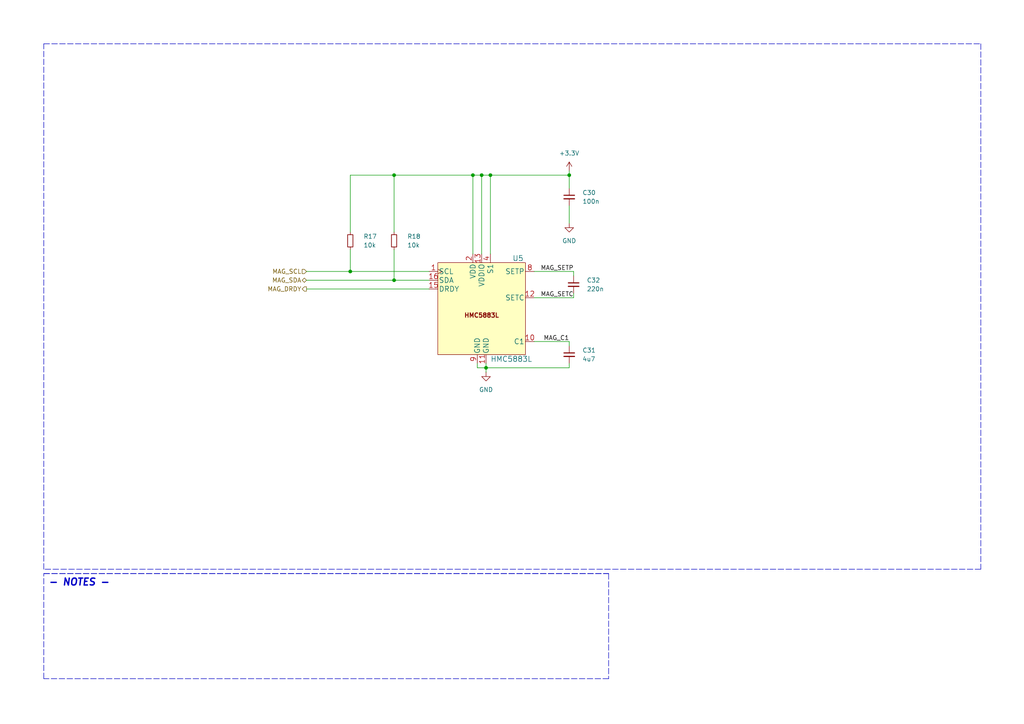
<source format=kicad_sch>
(kicad_sch (version 20211123) (generator eeschema)
  (paper "A4")
  (title_block (title "Caliban") (date "2023-02-25") (rev "A"))
  (lib_symbols
    (symbol "Device:C_Small" (pin_numbers hide) (pin_names (offset 0.254) hide)
      (property "Reference" "C" (at 0.254 1.778 0))
      (property "Value" "C_Small" (at 0.254 -2.032 0))
      (symbol "C_Small_0_1"
        (polyline (pts (xy -1.524 -0.508) (xy 1.524 -0.508)) (stroke (width 0.3302)))
        (polyline (pts (xy -1.524 0.508) (xy 1.524 0.508)) (stroke (width 0.3048)))
      )
      (symbol "C_Small_1_1"
        (pin passive line (at 0 2.54 270) (length 2.032) (name "~") (number "1"))
        (pin passive line (at 0 -2.54 90) (length 2.032) (name "~") (number "2"))
      )
    )
    (symbol "Device:R_Small" (pin_numbers hide) (pin_names (offset 0.254) hide)
      (property "Reference" "R" (at 0.762 0.508 0))
      (property "Value" "R_Small" (at 0.762 -1.016 0))
      (symbol "R_Small_0_1"
        (rectangle (start -0.762 1.778) (end 0.762 -1.778) (stroke (width 0.2032)))
      )
      (symbol "R_Small_1_1"
        (pin passive line (at 0 2.54 270) (length 0.762) (name "~") (number "1"))
        (pin passive line (at 0 -2.54 90) (length 0.762) (name "~") (number "2"))
      )
    )
    (symbol "HMC5883L:HMC5883L" (pin_names (offset 0.254))
      (property "Reference" "U" (at 24.13 1.27 0))
      (property "Value" "HMC5883L" (at 21.59 -27.94 0))
      (symbol "HMC5883L_0_0"
        (text "HMC5883L" (at 12.7 -15.24 0) (effects (font (size 1.27 1.27) bold)))
      )
      (symbol "HMC5883L_1_1"
        (rectangle (start 0 0) (end 25.4 -26.67) (fill (type background)))
        (pin input clock (at -2.54 -2.54 0) (length 2.54) (name "SCL") (number "1"))
        (pin passive line (at 27.94 -22.86 180) (length 2.54) (name "C1") (number "10"))
        (pin power_in line (at 13.97 -29.21 90) (length 2.54) (name "GND") (number "11"))
        (pin passive line (at 27.94 -10.16 180) (length 2.54) (name "SETC") (number "12"))
        (pin power_in line (at 12.7 2.54 270) (length 2.54) (name "VDDIO") (number "13"))
        (pin no_connect line (at -2.54 -24.13 0) (length 2.54) hide (name "NC") (number "14"))
        (pin output line (at -2.54 -7.62 0) (length 2.54) (name "DRDY") (number "15"))
        (pin bidirectional line (at -2.54 -5.08 0) (length 2.54) (name "SDA") (number "16"))
        (pin power_in line (at 10.16 2.54 270) (length 2.54) (name "VDD") (number "2"))
        (pin no_connect line (at -2.54 -13.97 0) (length 2.54) hide (name "NC") (number "3"))
        (pin power_in line (at 15.24 2.54 270) (length 2.54) (name "S1") (number "4"))
        (pin no_connect line (at -2.54 -16.51 0) (length 2.54) hide (name "NC") (number "5"))
        (pin no_connect line (at -2.54 -19.05 0) (length 2.54) hide (name "NC") (number "6"))
        (pin no_connect line (at -2.54 -21.59 0) (length 2.54) hide (name "NC") (number "7"))
        (pin passive line (at 27.94 -2.54 180) (length 2.54) (name "SETP") (number "8"))
        (pin power_in line (at 11.43 -29.21 90) (length 2.54) (name "GND") (number "9"))
      )
    )
    (symbol "power:+3.3V" (power) (pin_names (offset 0))
      (property "Value" "+3.3V" (at 0 3.556 0))
      (symbol "+3.3V_0_1"
        (polyline (pts (xy -0.762 1.27) (xy 0 2.54)))
        (polyline (pts (xy 0 0) (xy 0 2.54)))
        (polyline (pts (xy 0 2.54) (xy 0.762 1.27)))
      )
      (symbol "+3.3V_1_1"
        (pin power_in line (at 0 0 90) (length 0) hide (name "+3.3V") (number "1"))
      )
    )
    (symbol "power:GND" (power) (pin_names (offset 0))
      (property "Value" "GND" (at 0 -3.81 0))
      (symbol "GND_0_1"
        (polyline (pts (xy 0 0) (xy 0 -1.27) (xy 1.27 -1.27) (xy 0 -2.54) (xy -1.27 -1.27) (xy 0 -1.27)))
      )
      (symbol "GND_1_1"
        (pin power_in line (at 0 0 270) (length 0) hide (name "GND") (number "1"))
      )
    )
  )
  (junction (at 140.97 106.68))
  (junction (at 137.16 50.8))
  (junction (at 114.3 81.28))
  (junction (at 142.24 50.8))
  (junction (at 114.3 50.8))
  (junction (at 165.1 50.8))
  (junction (at 101.6 78.74))
  (junction (at 139.7 50.8))
  (wire (pts (xy 114.3 72.39) (xy 114.3 81.28)))
  (polyline (pts (xy 12.7 196.85) (xy 12.7 166.37)))
  (wire (pts (xy 165.1 59.69) (xy 165.1 64.77)))
  (wire (pts (xy 142.24 50.8) (xy 139.7 50.8)))
  (wire (pts (xy 88.9 83.82) (xy 124.46 83.82)))
  (wire (pts (xy 142.24 50.8) (xy 142.24 73.66)))
  (wire (pts (xy 165.1 99.06) (xy 165.1 100.33)))
  (wire (pts (xy 154.94 99.06) (xy 165.1 99.06)))
  (wire (pts (xy 139.7 50.8) (xy 139.7 73.66)))
  (wire (pts (xy 114.3 81.28) (xy 124.46 81.28)))
  (wire (pts (xy 137.16 50.8) (xy 137.16 73.66)))
  (polyline (pts (xy 284.48 12.7) (xy 284.48 165.1)))
  (wire (pts (xy 114.3 50.8) (xy 101.6 50.8)))
  (wire (pts (xy 165.1 49.53) (xy 165.1 50.8)))
  (wire (pts (xy 165.1 106.68) (xy 165.1 105.41)))
  (wire (pts (xy 165.1 50.8) (xy 142.24 50.8)))
  (wire (pts (xy 139.7 50.8) (xy 137.16 50.8)))
  (wire (pts (xy 154.94 86.36) (xy 166.37 86.36)))
  (wire (pts (xy 140.97 106.68) (xy 165.1 106.68)))
  (wire (pts (xy 138.43 105.41) (xy 138.43 106.68)))
  (wire (pts (xy 101.6 50.8) (xy 101.6 67.31)))
  (polyline (pts (xy 12.7 165.1) (xy 12.7 12.7)))
  (wire (pts (xy 154.94 78.74) (xy 166.37 78.74)))
  (polyline (pts (xy 12.7 12.7) (xy 284.48 12.7)))
  (polyline (pts (xy 176.53 196.85) (xy 12.7 196.85)))
  (wire (pts (xy 140.97 105.41) (xy 140.97 106.68)))
  (polyline (pts (xy 12.7 166.37) (xy 176.53 166.37)))
  (wire (pts (xy 88.9 81.28) (xy 114.3 81.28)))
  (wire (pts (xy 88.9 78.74) (xy 101.6 78.74)))
  (wire (pts (xy 140.97 106.68) (xy 140.97 107.95)))
  (polyline (pts (xy 12.7 166.37) (xy 176.53 166.37)))
  (wire (pts (xy 114.3 50.8) (xy 114.3 67.31)))
  (wire (pts (xy 166.37 78.74) (xy 166.37 80.01)))
  (wire (pts (xy 166.37 85.09) (xy 166.37 86.36)))
  (wire (pts (xy 137.16 50.8) (xy 114.3 50.8)))
  (wire (pts (xy 165.1 50.8) (xy 165.1 54.61)))
  (wire (pts (xy 101.6 72.39) (xy 101.6 78.74)))
  (polyline (pts (xy 176.53 166.37) (xy 176.53 196.85)))
  (wire (pts (xy 101.6 78.74) (xy 124.46 78.74)))
  (wire (pts (xy 138.43 106.68) (xy 140.97 106.68)))
  (polyline (pts (xy 284.48 165.1) (xy 12.7 165.1)))
  (text "- NOTES -" (at 13.97 170.18 0) (effects (font (size 2 2) (thickness 0.4) bold italic) (justify left bottom)))
  (label "MAG_SETC" (at 166.37 86.36 180))
  (label "MAG_C1" (at 165.1 99.06 180))
  (label "MAG_SETP" (at 166.37 78.74 180))
  (hierarchical_label "MAG_SCL" (shape input) (at 88.9 78.74 180))
  (hierarchical_label "MAG_DRDY" (shape output) (at 88.9 83.82 180))
  (hierarchical_label "MAG_SDA" (shape bidirectional) (at 88.9 81.28 180))
  (symbol (lib_id "Device:R_Small") (at 101.6 69.85 0) (unit 1)
    (property "Reference" "R17" (at 105.41 68.5799 0) (effects (justify left)))
    (property "Value" "10k" (at 105.41 71.1199 0) (effects (justify left)))
    (property "Footprint" "Resistor_SMD:R_0402_1005Metric_Pad0.72x0.64mm_HandSolder" (effects hide))
  )
  (symbol (lib_id "Device:C_Small") (at 166.37 82.55 0) (unit 1)
    (property "Reference" "C32" (at 170.18 81.2862 0) (effects (justify left)))
    (property "Value" "220n" (at 170.18 83.8262 0) (effects (justify left)))
    (property "Footprint" "Capacitor_SMD:C_0402_1005Metric_Pad0.74x0.62mm_HandSolder" (effects hide))
  )
  (symbol (lib_id "Device:C_Small") (at 165.1 102.87 0) (unit 1)
    (property "Reference" "C31" (at 168.91 101.6062 0) (effects (justify left)))
    (property "Value" "4u7" (at 168.91 104.1462 0) (effects (justify left)))
    (property "Footprint" "Capacitor_SMD:C_0805_2012Metric_Pad1.18x1.45mm_HandSolder" (effects hide))
  )
  (symbol (lib_id "Device:R_Small") (at 114.3 69.85 0) (unit 1)
    (property "Reference" "R18" (at 118.11 68.5799 0) (effects (justify left)))
    (property "Value" "10k" (at 118.11 71.1199 0) (effects (justify left)))
    (property "Footprint" "Resistor_SMD:R_0402_1005Metric_Pad0.72x0.64mm_HandSolder" (effects hide))
  )
  (symbol (lib_id "power:+3.3V") (at 165.1 49.53 0) (unit 1)
    (property "Reference" "#PWR0132" (effects hide))
    (property "Value" "+3.3V" (at 165.1 44.45 0))
  )
  (symbol (lib_id "Device:C_Small") (at 165.1 57.15 0) (unit 1)
    (property "Reference" "C30" (at 168.91 55.8862 0) (effects (justify left)))
    (property "Value" "100n" (at 168.91 58.4262 0) (effects (justify left)))
    (property "Footprint" "Capacitor_SMD:C_0402_1005Metric_Pad0.74x0.62mm_HandSolder" (effects hide))
  )
  (symbol (lib_id "power:GND") (at 165.1 64.77 0) (unit 1)
    (property "Reference" "#PWR0133" (effects hide))
    (property "Value" "GND" (at 165.1 69.85 0))
  )
  (symbol (lib_id "power:GND") (at 140.97 107.95 0) (unit 1)
    (property "Reference" "#PWR0134" (effects hide))
    (property "Value" "GND" (at 140.97 113.03 0))
  )
  (symbol (lib_id "HMC5883L:HMC5883L") (at 127 76.2 0) (unit 1)
    (property "Reference" "U5" (at 148.59 74.93 0) (effects (font (size 1.524 1.524)) (justify left)))
    (property "Value" "HMC5883L" (at 142.24 104.14 0) (effects (font (size 1.524 1.524)) (justify left)))
    (property "Footprint" "HMC5883L:HMC5883L" (effects hide))
  )
)
</source>
